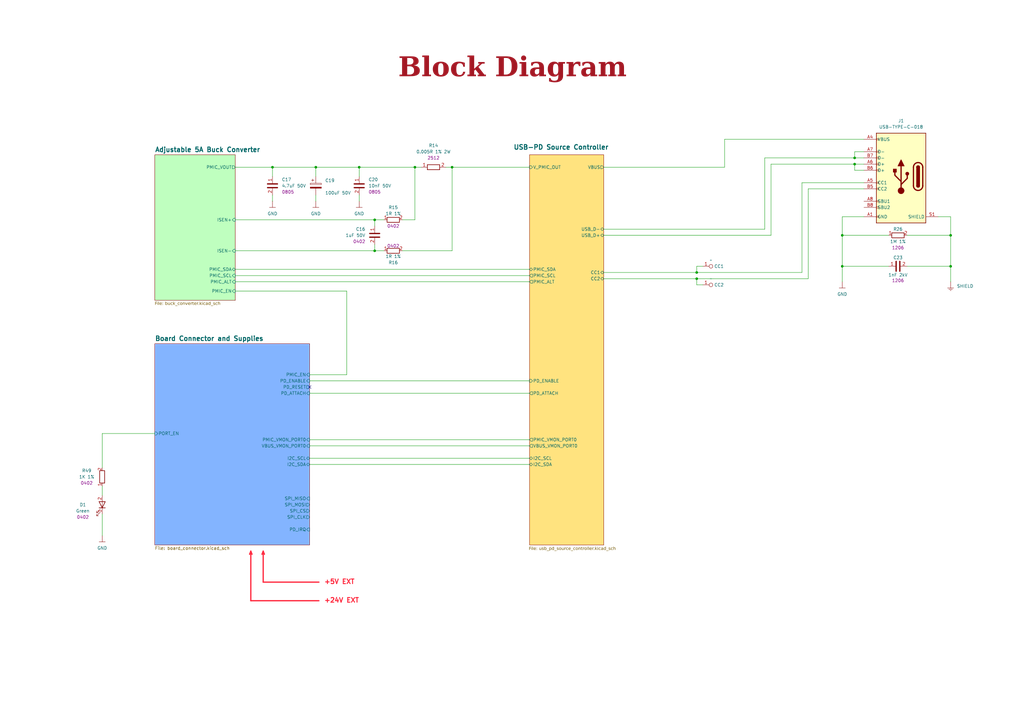
<source format=kicad_sch>
(kicad_sch (version 20250114) (generator "eeschema") (generator_version "9.0")
  (paper "A3")
  (title_block (title "Project Architecture") (date "2025-01-12") (rev "1.0.0") (company "DvidMakesThings"))
  (lib_symbols
    (symbol "DS_Capacitor_0402:1uF 50V 0402"
      (property "Reference" "C" (at 3.81 2.032 0))
      (property "Value" "1uF 50V" (at 3.81 0 0))
      (property "FOOTPRINT_SHORT" "0402" (at 3.81 -2.032 0))
      (symbol "1uF 50V 0402_0_1"
        (polyline (pts (xy -2.032 0.762) (xy 2.032 0.762)) (stroke (width 0.508)))
        (polyline (pts (xy -2.032 -0.762) (xy 2.032 -0.762)) (stroke (width 0.508)))
      )
      (symbol "1uF 50V 0402_1_1"
        (pin passive line (at 0 3.81 270) (length 2.794) (name "~") (number "1"))
        (pin passive line (at 0 -3.81 90) (length 2.794) (name "~") (number "2"))
      )
    )
    (symbol "DS_Capacitor_0805:10nF 50V 0805"
      (property "Reference" "C" (at 3.81 2.032 0))
      (property "Value" "10nF 50V" (at 3.81 0 0))
      (property "FOOTPRINT_SHORT" "0805" (at 3.81 -2.032 0))
      (symbol "10nF 50V 0805_0_1"
        (polyline (pts (xy -2.032 0.762) (xy 2.032 0.762)) (stroke (width 0.508)))
        (polyline (pts (xy -2.032 -0.762) (xy 2.032 -0.762)) (stroke (width 0.508)))
      )
      (symbol "10nF 50V 0805_1_1"
        (pin passive line (at 0 3.81 270) (length 2.794) (name "~") (number "1"))
        (pin passive line (at 0 -3.81 90) (length 2.794) (name "~") (number "2"))
      )
    )
    (symbol "DS_Capacitor_0805:4.7uF 50V 0805"
      (property "Reference" "C" (at 3.81 2.032 0))
      (property "Value" "4.7uF 50V" (at 3.81 0 0))
      (property "FOOTPRINT_SHORT" "0805" (at 3.81 -2.032 0))
      (symbol "4.7uF 50V 0805_0_1"
        (polyline (pts (xy -2.032 0.762) (xy 2.032 0.762)) (stroke (width 0.508)))
        (polyline (pts (xy -2.032 -0.762) (xy 2.032 -0.762)) (stroke (width 0.508)))
      )
      (symbol "4.7uF 50V 0805_1_1"
        (pin passive line (at 0 3.81 270) (length 2.794) (name "~") (number "1"))
        (pin passive line (at 0 -3.81 90) (length 2.794) (name "~") (number "2"))
      )
    )
    (symbol "DS_Capacitor_1206:1nF 2kV 1206"
      (property "Reference" "C" (at 3.81 2.032 0))
      (property "Value" "1nF 2kV" (at 3.81 0 0))
      (property "FOOTPRINT_SHORT" "1206" (at 3.81 -2.032 0))
      (symbol "1nF 2kV 1206_0_1"
        (polyline (pts (xy -2.032 0.762) (xy 2.032 0.762)) (stroke (width 0.508)))
        (polyline (pts (xy -2.032 -0.762) (xy 2.032 -0.762)) (stroke (width 0.508)))
      )
      (symbol "1nF 2kV 1206_1_1"
        (pin passive line (at 0 3.81 270) (length 2.794) (name "~") (number "1"))
        (pin passive line (at 0 -3.81 90) (length 2.794) (name "~") (number "2"))
      )
    )
    (symbol "DS_Capacitor_ELKO:100uF 50V"
      (property "Reference" "C" (at 3.302 1.524 0))
      (property "Value" "100uF 50V" (at 3.556 -0.508 0))
      (symbol "100uF 50V_0_1"
        (rectangle (start -2.286 0.508) (end 2.286 1.016))
        (polyline (pts (xy -1.778 2.286) (xy -0.762 2.286)))
        (polyline (pts (xy -1.27 2.794) (xy -1.27 1.778)))
        (rectangle (start 2.286 -0.508) (end -2.286 -1.016) (fill (type outline)))
      )
      (symbol "100uF 50V_1_1"
        (pin passive line (at 0 3.81 270) (length 2.794) (name "~") (number "1"))
        (pin passive line (at 0 -3.81 90) (length 2.794) (name "~") (number "2"))
      )
    )
    (symbol "DS_Connector:USB-C"
      (property "Reference" "J" (at -6.35 20.828 0))
      (property "Value" "USB-TYPE-C-018" (at -6.604 -19.558 0))
      (symbol "USB-C_0_0"
        (rectangle (start 10.16 16.764) (end 9.144 16.256))
        (rectangle (start 10.16 11.684) (end 9.144 11.176))
        (rectangle (start 10.16 9.144) (end 9.144 8.636))
        (rectangle (start 10.16 6.604) (end 9.144 6.096))
        (rectangle (start 10.16 4.064) (end 9.144 3.556))
        (rectangle (start 10.16 -1.016) (end 9.144 -1.524))
        (rectangle (start 10.16 -3.556) (end 9.144 -4.064))
        (rectangle (start 10.16 -8.636) (end 9.144 -9.144))
        (rectangle (start 10.16 -11.176) (end 9.144 -11.684))
        (rectangle (start 10.16 -15.494) (end 9.144 -14.986))
      )
      (symbol "USB-C_0_1"
        (rectangle (start -10.16 19.05) (end 10.16 -17.78) (stroke (width 0.254)) (fill (type background)))
        (polyline (pts (xy -8.89 -2.54) (xy -8.89 5.08)) (stroke (width 0.508)))
        (rectangle (start -7.62 -2.54) (end -6.35 5.08) (stroke (width 0.254)) (fill (type outline)))
        (arc (start -7.62 5.08) (mid -6.985 5.7123) (end -6.35 5.08) (stroke (width 0.254)))
        (arc (start -7.62 5.08) (mid -6.985 5.7123) (end -6.35 5.08) (stroke (width 0.254)) (fill (type outline)))
        (arc (start -8.89 5.08) (mid -6.985 6.9767) (end -5.08 5.08) (stroke (width 0.508)))
        (arc (start -5.08 -2.54) (mid -6.985 -4.4367) (end -8.89 -2.54) (stroke (width 0.508)))
        (arc (start -6.35 -2.54) (mid -6.985 -3.1723) (end -7.62 -2.54) (stroke (width 0.254)))
        (arc (start -6.35 -2.54) (mid -6.985 -3.1723) (end -7.62 -2.54) (stroke (width 0.254)) (fill (type outline)))
        (polyline (pts (xy -5.08 5.08) (xy -5.08 -2.54)) (stroke (width 0.508)))
        (circle (center -2.54 2.413) (radius 0.635) (stroke (width 0.254)) (fill (type outline)))
        (polyline (pts (xy -1.27 5.588) (xy 0 8.128) (xy 1.27 5.588) (xy -1.27 5.588)) (stroke (width 0.254)) (fill (type outline)))
        (polyline (pts (xy 0 -0.762) (xy 2.54 1.778) (xy 2.54 3.048)) (stroke (width 0.508)))
        (polyline (pts (xy 0 -2.032) (xy -2.54 0.508) (xy -2.54 1.778)) (stroke (width 0.508)))
        (polyline (pts (xy 0 -4.572) (xy 0 5.588)) (stroke (width 0.508)))
        (circle (center 0 -4.572) (radius 1.27) (fill (type outline)))
        (rectangle (start 1.905 3.048) (end 3.175 4.318) (stroke (width 0.254)) (fill (type outline)))
      )
      (symbol "USB-C_1_1"
        (pin passive line (at -15.24 -15.24 0) (length 5.08) (name "SHIELD") (number "S1"))
        (pin passive line (at 15.24 16.51 180) (length 5.08) (name "VBUS") (number "A4"))
        (pin passive line (at 15.24 16.51 180) (length 5.08) (hide yes) (name "VBUS") (number "A9"))
        (pin passive line (at 15.24 16.51 180) (length 5.08) (hide yes) (name "VBUS") (number "B4"))
        (pin passive line (at 15.24 16.51 180) (length 5.08) (hide yes) (name "VBUS") (number "B9"))
        (pin bidirectional line (at 15.24 11.43 180) (length 5.08) (name "D-") (number "A7"))
        (pin bidirectional line (at 15.24 8.89 180) (length 5.08) (name "D-") (number "B7"))
        (pin bidirectional line (at 15.24 6.35 180) (length 5.08) (name "D+") (number "A6"))
        (pin bidirectional line (at 15.24 3.81 180) (length 5.08) (name "D+") (number "B6"))
        (pin bidirectional line (at 15.24 -1.27 180) (length 5.08) (name "CC1") (number "A5"))
        (pin bidirectional line (at 15.24 -3.81 180) (length 5.08) (name "CC2") (number "B5"))
        (pin bidirectional line (at 15.24 -8.89 180) (length 5.08) (name "SBU1") (number "A8"))
        (pin bidirectional line (at 15.24 -11.43 180) (length 5.08) (name "SBU2") (number "B8"))
        (pin passive line (at 15.24 -15.24 180) (length 5.08) (name "GND") (number "A1"))
        (pin passive line (at 15.24 -15.24 180) (length 5.08) (hide yes) (name "GND") (number "A12"))
        (pin passive line (at 15.24 -15.24 180) (length 5.08) (hide yes) (name "GND") (number "B1"))
        (pin passive line (at 15.24 -15.24 180) (length 5.08) (hide yes) (name "GND") (number "B12"))
      )
    )
    (symbol "DS_Opto:Green_0402"
      (property "Reference" "D" (at -1.27 5.08 0))
      (property "Value" "Green" (at -1.27 2.794 0))
      (property "Size" "0402" (at -1.016 -3.302 0))
      (symbol "Green_0402_0_1"
        (polyline (pts (xy -3.048 -0.762) (xy -4.572 -2.286) (xy -3.81 -2.286) (xy -4.572 -2.286) (xy -4.572 -1.524)))
        (polyline (pts (xy -1.778 -0.762) (xy -3.302 -2.286) (xy -2.54 -2.286) (xy -3.302 -2.286) (xy -3.302 -1.524)))
        (polyline (pts (xy -1.27 0) (xy 1.27 0)))
        (polyline (pts (xy -1.27 -1.27) (xy -1.27 1.27)) (stroke (width 0.254)))
        (polyline (pts (xy 1.27 -1.27) (xy 1.27 1.27) (xy -1.27 0) (xy 1.27 -1.27)) (stroke (width 0.254)))
      )
      (symbol "Green_0402_1_1"
        (pin passive line (at -3.81 0 0) (length 2.54) (name "") (number "1"))
        (pin passive line (at 3.81 0 180) (length 2.54) (name "") (number "2"))
      )
    )
    (symbol "DS_Resistor_0402:1K 1% 0402"
      (property "Reference" "R" (at 2.032 2.032 0))
      (property "Value" "1K 1%" (at 2.032 0 0))
      (property "FOOTPRINT_SHORT" "0402" (at 2.032 -2.032 0))
      (symbol "1K 1% 0402_0_1"
        (rectangle (start -1.016 2.54) (end 1.016 -2.54) (stroke (width 0.254)))
      )
      (symbol "1K 1% 0402_1_1"
        (pin passive line (at 0 3.81 270) (length 1.27) (name "~") (number "1"))
        (pin passive line (at 0 -3.81 90) (length 1.27) (name "~") (number "2"))
      )
    )
    (symbol "DS_Resistor_0402:1R 1% 0402"
      (property "Reference" "R" (at 2.032 2.032 0))
      (property "Value" "1R 1%" (at 2.032 0 0))
      (property "FOOTPRINT_SHORT" "0402" (at 2.032 -2.032 0))
      (symbol "1R 1% 0402_0_1"
        (rectangle (start -1.016 2.54) (end 1.016 -2.54) (stroke (width 0.254)))
      )
      (symbol "1R 1% 0402_1_1"
        (pin passive line (at 0 3.81 270) (length 1.27) (name "~") (number "1"))
        (pin passive line (at 0 -3.81 90) (length 1.27) (name "~") (number "2"))
      )
    )
    (symbol "DS_Resistor_1206:1M 1% 1206"
      (property "Reference" "R" (at 2.032 2.032 0))
      (property "Value" "1M 1%" (at 2.032 0 0))
      (property "FOOTPRINT_SHORT" "1206" (at 2.032 -2.032 0))
      (symbol "1M 1% 1206_0_1"
        (rectangle (start -1.016 2.54) (end 1.016 -2.54) (stroke (width 0.254)))
      )
      (symbol "1M 1% 1206_1_1"
        (pin passive line (at 0 3.81 270) (length 1.27) (name "~") (number "1"))
        (pin passive line (at 0 -3.81 90) (length 1.27) (name "~") (number "2"))
      )
    )
    (symbol "DS_Resistor_2512:0.005R 1% 2515"
      (property "Reference" "R" (at 2.032 2.032 0))
      (property "Value" "0.005R 1% 2W" (at 2.032 0 0))
      (property "FOOTPRINT_SHORT" "2512" (at 2.032 -2.032 0))
      (symbol "0.005R 1% 2515_0_1"
        (rectangle (start -1.016 2.54) (end 1.016 -2.54) (stroke (width 0.254)))
      )
      (symbol "0.005R 1% 2515_1_1"
        (pin passive line (at 0 5.08 270) (length 2.54) (name "~") (number "1"))
        (pin passive line (at 0 -5.08 90) (length 2.54) (name "~") (number "2"))
      )
    )
    (symbol "DS_Supply:GND" (power) (pin_numbers (hide yes)) (pin_names (offset 0) (hide yes))
      (property "Value" "GND" (at 0 -3.81 0))
      (symbol "GND_0_1"
        (polyline (pts (xy 0 0) (xy 0 -2.54) (xy 1.27 -2.54) (xy 0 -2.54) (xy -1.27 -2.54) (xy 0 -2.54)))
      )
      (symbol "GND_1_1"
        (pin power_in line (at 0 0 270) (length 0) (name "~") (number "1"))
      )
    )
    (symbol "DS_Supply:SHIELD" (power) (pin_numbers (hide yes)) (pin_names (offset 0) (hide yes)) (in_bom no) (on_board no)
      (property "Value" "SHIELD" (at 0 -4.064 0))
      (symbol "SHIELD_0_1"
        (polyline (pts (xy -0.762 -1.778) (xy 0.762 -1.778)))
        (polyline (pts (xy -0.254 -2.286) (xy 0.254 -2.286)))
        (polyline (pts (xy 0 1.27) (xy 0 -1.27)))
        (polyline (pts (xy 0 -1.27) (xy -1.27 -1.27)))
        (polyline (pts (xy 1.27 -1.27) (xy 0 -1.27)))
      )
      (symbol "SHIELD_1_1"
        (pin power_in line (at 0 1.27 270) (length 0) (name "~") (number "1"))
      )
    )
    (symbol "DS_Test:Test_Point"
      (property "Reference" "TP" (at 0 4.064 0))
      (symbol "Test_Point_0_1"
        (circle (center 0 2.032) (radius 0.762))
      )
      (symbol "Test_Point_1_1"
        (pin passive line (at 0 -1.27 90) (length 2.54) (name "") (number "1"))
      )
    )
  )
  (bezier (pts (xy 102.87 226.06) (xy 102.87 226.06) (xy 102.362 227.33) (xy 102.362 227.33)) (stroke (width 0.5) (color 255 33 55 1)))
  (bezier (pts (xy 107.95 226.06) (xy 107.95 226.06) (xy 107.442 227.33) (xy 107.442 227.33)) (stroke (width 0.5) (color 255 33 55 1)))
  (bezier (pts (xy 102.87 226.06) (xy 102.87 226.06) (xy 103.378 227.33) (xy 103.378 227.33)) (stroke (width 0.5) (color 255 33 55 1)))
  (bezier (pts (xy 107.95 226.06) (xy 107.95 226.06) (xy 108.458 227.33) (xy 108.458 227.33)) (stroke (width 0.5) (color 255 33 55 1)))
  (text "+5V EXT" (at 132.842 238.76 0) (effects (font (size 1.905 1.905) (thickness 0.381) (bold yes)) (justify left)))
  (text "+24V EXT" (at 132.842 246.38 0) (effects (font (size 1.905 1.905) (thickness 0.381) (bold yes)) (justify left)))
  (text_box "Block Diagram" (at 144.78 21.59 0) (size 130.81 12.7) (margins 5.9999 5.9999 5.9999 5.9999) (stroke (width -0.0001)) (effects (font (size 8 8) (thickness 1.2) (bold yes))))
  (junction (at 345.44 96.52))
  (junction (at 129.54 68.58))
  (junction (at 185.42 68.58))
  (junction (at 170.18 68.58))
  (junction (at 153.67 90.17))
  (junction (at 111.76 68.58))
  (junction (at 153.67 102.87))
  (junction (at 350.52 67.31))
  (junction (at 285.75 111.76))
  (junction (at 389.89 109.22))
  (junction (at 350.52 64.77))
  (junction (at 285.75 114.3))
  (junction (at 345.44 109.22))
  (junction (at 147.32 68.58))
  (junction (at 389.89 96.52))
  (no_connect (at 127 158.75))
  (wire (pts (xy 96.52 68.58) (xy 111.76 68.58)))
  (wire (pts (xy 129.54 82.55) (xy 129.54 80.01)))
  (wire (pts (xy 142.24 153.67) (xy 127 153.67)))
  (wire (pts (xy 285.75 109.22) (xy 288.29 109.22)))
  (wire (pts (xy 127 190.5) (xy 217.17 190.5)))
  (wire (pts (xy 129.54 68.58) (xy 129.54 72.39)))
  (wire (pts (xy 96.52 119.38) (xy 142.24 119.38)))
  (wire (pts (xy 153.67 90.17) (xy 153.67 92.71)))
  (wire (pts (xy 331.47 114.3) (xy 331.47 77.47)))
  (wire (pts (xy 285.75 116.84) (xy 288.29 116.84)))
  (wire (pts (xy 384.81 88.9) (xy 389.89 88.9)))
  (wire (pts (xy 345.44 88.9) (xy 354.33 88.9)))
  (wire (pts (xy 350.52 67.31) (xy 354.33 67.31)))
  (wire (pts (xy 247.65 68.58) (xy 297.18 68.58)))
  (wire (pts (xy 345.44 96.52) (xy 364.49 96.52)))
  (wire (pts (xy 350.52 62.23) (xy 350.52 64.77)))
  (wire (pts (xy 285.75 114.3) (xy 331.47 114.3)))
  (wire (pts (xy 182.88 68.58) (xy 185.42 68.58)))
  (wire (pts (xy 165.1 90.17) (xy 170.18 90.17)))
  (wire (pts (xy 127 161.29) (xy 217.17 161.29)))
  (wire (pts (xy 316.23 67.31) (xy 350.52 67.31)))
  (wire (pts (xy 147.32 82.55) (xy 147.32 80.01)))
  (wire (pts (xy 41.91 191.77) (xy 41.91 177.8)))
  (wire (pts (xy 316.23 96.52) (xy 316.23 67.31)))
  (wire (pts (xy 41.91 199.39) (xy 41.91 203.2)))
  (wire (pts (xy 185.42 68.58) (xy 185.42 102.87)))
  (polyline (pts (xy 130.81 238.76) (xy 107.95 238.76)) (stroke (width 0.5) (color 255 33 55 1)))
  (wire (pts (xy 111.76 68.58) (xy 111.76 72.39)))
  (wire (pts (xy 170.18 68.58) (xy 170.18 90.17)))
  (wire (pts (xy 127 187.96) (xy 217.17 187.96)))
  (wire (pts (xy 111.76 68.58) (xy 129.54 68.58)))
  (wire (pts (xy 285.75 109.22) (xy 285.75 111.76)))
  (wire (pts (xy 170.18 68.58) (xy 172.72 68.58)))
  (wire (pts (xy 157.48 90.17) (xy 153.67 90.17)))
  (wire (pts (xy 345.44 109.22) (xy 345.44 115.57)))
  (wire (pts (xy 372.11 96.52) (xy 389.89 96.52)))
  (wire (pts (xy 129.54 68.58) (xy 147.32 68.58)))
  (wire (pts (xy 247.65 96.52) (xy 316.23 96.52)))
  (wire (pts (xy 96.52 110.49) (xy 217.17 110.49)))
  (wire (pts (xy 96.52 102.87) (xy 153.67 102.87)))
  (wire (pts (xy 147.32 68.58) (xy 170.18 68.58)))
  (wire (pts (xy 247.65 93.98) (xy 313.69 93.98)))
  (wire (pts (xy 345.44 96.52) (xy 345.44 109.22)))
  (wire (pts (xy 350.52 64.77) (xy 354.33 64.77)))
  (wire (pts (xy 127 156.21) (xy 217.17 156.21)))
  (wire (pts (xy 41.91 177.8) (xy 63.5 177.8)))
  (wire (pts (xy 297.18 68.58) (xy 297.18 57.15)))
  (wire (pts (xy 285.75 116.84) (xy 285.75 114.3)))
  (wire (pts (xy 127 182.88) (xy 217.17 182.88)))
  (wire (pts (xy 153.67 102.87) (xy 153.67 100.33)))
  (wire (pts (xy 185.42 68.58) (xy 217.17 68.58)))
  (wire (pts (xy 157.48 102.87) (xy 153.67 102.87)))
  (wire (pts (xy 165.1 102.87) (xy 185.42 102.87)))
  (wire (pts (xy 285.75 111.76) (xy 328.93 111.76)))
  (wire (pts (xy 345.44 88.9) (xy 345.44 96.52)))
  (polyline (pts (xy 107.95 226.06) (xy 107.95 238.76)) (stroke (width 0.5) (color 255 33 55 1)))
  (wire (pts (xy 111.76 82.55) (xy 111.76 80.01)))
  (wire (pts (xy 364.49 109.22) (xy 345.44 109.22)))
  (wire (pts (xy 142.24 119.38) (xy 142.24 153.67)))
  (wire (pts (xy 313.69 93.98) (xy 313.69 64.77)))
  (wire (pts (xy 297.18 57.15) (xy 354.33 57.15)))
  (polyline (pts (xy 130.81 246.38) (xy 102.87 246.38)) (stroke (width 0.5) (color 255 33 55 1)))
  (wire (pts (xy 350.52 69.85) (xy 350.52 67.31)))
  (wire (pts (xy 389.89 109.22) (xy 389.89 115.57)))
  (wire (pts (xy 247.65 114.3) (xy 285.75 114.3)))
  (wire (pts (xy 41.91 210.82) (xy 41.91 219.71)))
  (wire (pts (xy 372.11 109.22) (xy 389.89 109.22)))
  (wire (pts (xy 354.33 69.85) (xy 350.52 69.85)))
  (wire (pts (xy 96.52 90.17) (xy 153.67 90.17)))
  (wire (pts (xy 331.47 77.47) (xy 354.33 77.47)))
  (wire (pts (xy 96.52 115.57) (xy 217.17 115.57)))
  (wire (pts (xy 328.93 74.93) (xy 354.33 74.93)))
  (wire (pts (xy 389.89 88.9) (xy 389.89 96.52)))
  (wire (pts (xy 96.52 113.03) (xy 217.17 113.03)))
  (wire (pts (xy 389.89 96.52) (xy 389.89 109.22)))
  (wire (pts (xy 313.69 64.77) (xy 350.52 64.77)))
  (wire (pts (xy 354.33 62.23) (xy 350.52 62.23)))
  (wire (pts (xy 247.65 111.76) (xy 285.75 111.76)))
  (wire (pts (xy 328.93 111.76) (xy 328.93 74.93)))
  (wire (pts (xy 147.32 68.58) (xy 147.32 72.39)))
  (polyline (pts (xy 102.87 226.06) (xy 102.87 246.38)) (stroke (width 0.5) (color 255 33 55 1)))
  (wire (pts (xy 127 180.34) (xy 217.17 180.34)))
  (symbol (lib_id "DS_Supply:SHIELD") (at 389.89 116.84 0) (unit 1) (in_bom no) (on_board no)
    (property "Reference" "#SHIELD1" (effects (hide yes)))
    (property "Value" "SHIELD" (at 392.43 117.3479 0) (effects (justify left)))
    (property "Description" "Power symbol creates a global label with name \"SHIELD\"" (effects (hide yes)))
  )
  (symbol (lib_id "DS_Resistor_2512:0.005R 1% 2515") (at 177.8 68.58 90) (unit 1)
    (property "Reference" "R14" (at 177.8 59.69 90))
    (property "Value" "0.005R 1% 2W" (at 177.8 62.23 90))
    (property "Footprint" "Resistor_SMD:R_2512_6332Metric" (effects (hide yes)))
    (property "Datasheet" "https://jlcpcb.com/api/file/downloadByFileSystemAccessId/8588898866486267904" (effects (hide yes)))
    (property "Description" "-55°C~+170°C 2W 5mΩ ±1% ±25ppm/°C 2512 Chip Resistor - Surface Mount ROHS" (effects (hide yes)))
    (property "LCSC_PART" "C108931" (effects (hide yes)))
    (property "ROHS" "YES" (effects (hide yes)))
    (property "FOOTPRINT_SHORT" "2512" (at 177.8 64.77 90))
    (property "MFR" "RALEC" (effects (hide yes)))
    (property "MPN" "LR2512-22R005F4" (effects (hide yes)))
  )
  (symbol (lib_id "DS_Capacitor_0402:1uF 50V 0402") (at 153.67 96.52 0) (unit 1)
    (property "Reference" "C16" (at 149.86 93.9799 0) (effects (justify right)))
    (property "Value" "1uF 50V" (at 149.86 96.5199 0) (effects (justify right)))
    (property "Footprint" "Capacitor_SMD:C_0402_1005Metric" (effects (hide yes)))
    (property "Description" "50V 1uF X5R ±10% 0402 Multilayer Ceramic Capacitors MLCC - SMD/SMT ROHS" (effects (hide yes)))
    (property "FOOTPRINT_SHORT" "0402" (at 149.86 99.0599 0) (effects (justify right)))
    (property "ROHS" "YES" (effects (hide yes)))
    (property "LCSC_PART" "C1518208" (effects (hide yes)))
  )
  (symbol (lib_id "DS_Resistor_0402:1K 1% 0402") (at 41.91 195.58 0) (mirror x) (unit 1)
    (property "Reference" "R49" (at 35.56 193.04 0))
    (property "Value" "1K 1%" (at 35.56 195.58 0))
    (property "Footprint" "Resistor_SMD:R_0402_1005Metric" (effects (hide yes)))
    (property "Description" "62.5mW Thick Film Resistors 50V ±100ppm/℃ ±1% 1kΩ 0402 Chip Resistor - Surface Mount ROHS" (effects (hide yes)))
    (property "LCSC_PART" "C11702" (effects (hide yes)))
    (property "ROHS" "YES" (effects (hide yes)))
    (property "FOOTPRINT_SHORT" "0402" (at 35.56 198.12 0))
    (property "MFR" "FH" (effects (hide yes)))
  )
  (symbol (lib_id "DS_Resistor_0402:1R 1% 0402") (at 161.29 90.17 90) (unit 1)
    (property "Reference" "R15" (at 161.29 85.09 90))
    (property "Value" "1R 1%" (at 161.29 87.63 90))
    (property "Footprint" "Resistor_SMD:R_0402_1005Metric" (effects (hide yes)))
    (property "Datasheet" "https://jlcpcb.com/api/file/downloadByFileSystemAccessId/8588903265874956288" (effects (hide yes)))
    (property "Description" "Chip Resistors 0402 1Ω ±1% 1/16W ±200ppm/℃" (effects (hide yes)))
    (property "LCSC_PART" "C185446" (effects (hide yes)))
    (property "ROHS" "YES" (effects (hide yes)))
    (property "FOOTPRINT_SHORT" "0402" (at 161.29 92.71 90))
    (property "MFR" "RALEC" (effects (hide yes)))
    (property "MPN" "RC0402FR-071RL" (effects (hide yes)))
  )
  (symbol (lib_id "DS_Supply:GND") (at 129.54 82.55 0) (unit 1)
    (property "Reference" "#PWR027" (effects (hide yes)))
    (property "Value" "GND" (at 129.54 87.63 0))
    (property "Description" "Power symbol creates a global label with name \"GND\" , ground" (effects (hide yes)))
  )
  (symbol (lib_id "DS_Supply:GND") (at 111.76 82.55 0) (unit 1)
    (property "Reference" "#PWR026" (effects (hide yes)))
    (property "Value" "GND" (at 111.76 87.63 0))
    (property "Description" "Power symbol creates a global label with name \"GND\" , ground" (effects (hide yes)))
  )
  (symbol (lib_id "DS_Connector:USB-C") (at 369.57 73.66 0) (mirror y) (unit 1)
    (property "Reference" "J1" (at 369.57 49.53 0))
    (property "Value" "USB-TYPE-C-018" (at 369.57 52.07 0))
    (property "Footprint" "DS_Connector:USB_C_Receptacle_HCTL_HC-TYPE-C-16P-01A" (effects (hide yes)))
    (property "Datasheet" "https://jlcpcb.com/api/file/downloadByFileSystemAccessId/8589041631273738240" (effects (hide yes)))
    (property "Description" "-25°C~+85°C 1 10,000 cycles 16P 3A 5V 7.35mm Female Surface Mount, Right Angle Type-C SMD USB Connectors ROHS" (effects (hide yes)))
    (property "LCSC_PART" "C2927038" (effects (hide yes)))
    (property "MPN" "USB-TYPE-C-018" (effects (hide yes)))
    (property "MFR" "DEALON" (effects (hide yes)))
    (property "ROHS" "YES" (effects (hide yes)))
  )
  (symbol (lib_id "DS_Capacitor_1206:1nF 2kV 1206") (at 368.3 109.22 90) (unit 1)
    (property "Reference" "C23" (at 368.3 105.664 90))
    (property "Value" "1nF 2kV" (at 368.3 112.776 90))
    (property "Footprint" "Capacitor_SMD:C_1206_3216Metric" (effects (hide yes)))
    (property "Description" "Chip Capacitor (MLCC) 1206 1nF ±10% 2KV X7R" (effects (hide yes)))
    (property "FOOTPRINT_SHORT" "1206" (at 368.3 115.062 90))
    (property "ROHS" "YES" (effects (hide yes)))
    (property "LCSC_PART" "C173242" (effects (hide yes)))
    (property "MFR" "Johanson Dielectrics " (effects (hide yes)))
  )
  (symbol (lib_id "DS_Capacitor_ELKO:100uF 50V") (at 129.54 76.2 0) (unit 1)
    (property "Reference" "C19" (at 133.35 74.0409 0) (effects (justify left)))
    (property "Value" "100uF 50V" (at 133.35 79.1209 0) (effects (justify left)))
    (property "Footprint" "DS_Capacitor:C_Elec_6.3x7.7" (effects (hide yes)))
    (property "Datasheet" "https://jlcpcb.com/api/file/downloadByFileSystemAccessId/8555567821597212672" (effects (hide yes)))
    (property "Description" "100uF 2000hrs@105℃ 50V 6.3mm 7.7mm ±20% SMD,D6.3xL7.7mm Aluminum Electrolytic Capacitors - SMD ROHS" (effects (hide yes)))
    (property "MPN" "RVT1H101M0607" (effects (hide yes)))
    (property "MFR" "ROQANG" (effects (hide yes)))
    (property "ROHS" "YES" (effects (hide yes)))
    (property "LCSC_PART" "C3151829" (effects (hide yes)))
    (property "LCSC_PRICE" "EUR 0.0597" (effects (hide yes)))
  )
  (symbol (lib_id "DS_Capacitor_0805:4.7uF 50V 0805") (at 111.76 76.2 0) (unit 1)
    (property "Reference" "C17" (at 115.57 73.6599 0) (effects (justify left)))
    (property "Value" "4.7uF 50V" (at 115.57 76.1999 0) (effects (justify left)))
    (property "Footprint" "Capacitor_SMD:C_0805_2012Metric" (effects (hide yes)))
    (property "Datasheet" "https://jlcpcb.com/api/file/downloadByFileSystemAccessId/8586178946207789056" (effects (hide yes)))
    (property "Description" "4.7uF 50V X5R ±10% 0805 Multilayer Ceramic Capacitors MLCC - SMD/SMT ROHS" (effects (hide yes)))
    (property "FOOTPRINT_SHORT" "0805" (at 115.57 78.7399 0) (effects (justify left)))
    (property "ROHS" "YES" (effects (hide yes)))
    (property "LCSC_PART" "C98192" (effects (hide yes)))
    (property "MFR" "Samsung Electro-Mechanics" (effects (hide yes)))
    (property "MPN" "CL21A475KBQNNNE" (effects (hide yes)))
  )
  (symbol (lib_id "DS_Resistor_0402:1R 1% 0402") (at 161.29 102.87 90) (mirror x) (unit 1)
    (property "Reference" "R16" (at 161.29 107.696 90))
    (property "Value" "1R 1%" (at 161.29 105.156 90))
    (property "Footprint" "Resistor_SMD:R_0402_1005Metric" (effects (hide yes)))
    (property "Datasheet" "https://jlcpcb.com/api/file/downloadByFileSystemAccessId/8588903265874956288" (effects (hide yes)))
    (property "Description" "Chip Resistors 0402 1Ω ±1% 1/16W ±200ppm/℃" (effects (hide yes)))
    (property "LCSC_PART" "C185446" (effects (hide yes)))
    (property "ROHS" "YES" (effects (hide yes)))
    (property "FOOTPRINT_SHORT" "0402" (at 161.29 100.838 90))
    (property "MFR" "RALEC" (effects (hide yes)))
    (property "MPN" "RC0402FR-071RL" (effects (hide yes)))
  )
  (symbol (lib_id "DS_Test:Test_Point") (at 289.56 116.84 270) (mirror x) (unit 1)
    (property "Reference" "CC2" (at 294.894 116.84 90))
    (property "Value" "~" (at 291.592 114.3 90))
    (property "Footprint" "DS_Test:TestPoint_0.6mm" (effects (hide yes)))
  )
  (symbol (lib_id "DS_Resistor_1206:1M 1% 1206") (at 368.3 96.52 90) (unit 1)
    (property "Reference" "R26" (at 368.3 93.98 90))
    (property "Value" "1M 1%" (at 368.3 99.06 90))
    (property "Footprint" "Resistor_SMD:R_1206_3216Metric" (effects (hide yes)))
    (property "Description" "250mW Thick Film Resistors 200V ±100ppm/℃ ±1% 1MΩ 1206 Chip Resistor - Surface Mount ROHS" (effects (hide yes)))
    (property "LCSC_PART" "C17927" (effects (hide yes)))
    (property "ROHS" "YES" (effects (hide yes)))
    (property "FOOTPRINT_SHORT" "1206" (at 368.3 101.6 90))
    (property "MFR" "Uniohm" (effects (hide yes)))
  )
  (symbol (lib_id "DS_Capacitor_0805:10nF 50V 0805") (at 147.32 76.2 0) (unit 1)
    (property "Reference" "C20" (at 151.13 73.6599 0) (effects (justify left)))
    (property "Value" "10nF 50V" (at 151.13 76.1999 0) (effects (justify left)))
    (property "Footprint" "Capacitor_SMD:C_0805_2012Metric" (effects (hide yes)))
    (property "Description" "50V 10nF X7R ±10% 0805 Multilayer Ceramic Capacitors MLCC - SMD/SMT ROHS" (effects (hide yes)))
    (property "FOOTPRINT_SHORT" "0805" (at 151.13 78.7399 0) (effects (justify left)))
    (property "ROHS" "YES" (effects (hide yes)))
    (property "LCSC_PART" "C1710" (effects (hide yes)))
  )
  (symbol (lib_id "DS_Test:Test_Point") (at 289.56 109.22 270) (mirror x) (unit 1)
    (property "Reference" "CC1" (at 294.894 109.22 90))
    (property "Value" "~" (at 291.592 106.68 90))
    (property "Footprint" "DS_Test:TestPoint_0.6mm" (effects (hide yes)))
  )
  (symbol (lib_id "DS_Supply:GND") (at 41.91 219.71 0) (unit 1)
    (property "Reference" "#PWR048" (effects (hide yes)))
    (property "Value" "GND" (at 41.91 224.79 0))
    (property "Description" "Power symbol creates a global label with name \"GND\" , ground" (effects (hide yes)))
  )
  (symbol (lib_id "DS_Supply:GND") (at 147.32 82.55 0) (unit 1)
    (property "Reference" "#PWR028" (effects (hide yes)))
    (property "Value" "GND" (at 147.32 87.63 0))
    (property "Description" "Power symbol creates a global label with name \"GND\" , ground" (effects (hide yes)))
  )
  (symbol (lib_id "DS_Opto:Green_0402") (at 41.91 207.01 270) (mirror x) (unit 1)
    (property "Reference" "D1" (at 33.9725 207.01 90))
    (property "Value" "Green" (at 33.9725 209.55 90))
    (property "Footprint" "LED_SMD:LED_0402_1005Metric" (effects (hide yes)))
    (property "Datasheet" "https://jlcpcb.com/api/file/downloadByFileSystemAccessId/8588919245081731072" (effects (hide yes)))
    (property "Description" "-40℃~+85℃ 120° 249mcd 25mA 3V 516nm~531nm 531nm 80mW Emerald Green Top-mount Water Clear 0402 LED Indication - Discrete ROHS" (effects (hide yes)))
    (property "MPN" "XL-1005UGC" (effects (hide yes)))
    (property "MFR" "XINGLIGHT" (effects (hide yes)))
    (property "LCSC_PART" "C965793" (effects (hide yes)))
    (property "ROHS" "YES" (effects (hide yes)))
    (property "Size" "0402" (at 33.9725 212.09 90))
  )
  (symbol (lib_id "DS_Supply:GND") (at 345.44 115.57 0) (unit 1)
    (property "Reference" "#PWR40" (effects (hide yes)))
    (property "Value" "GND" (at 345.44 120.65 0))
    (property "Description" "Power symbol creates a global label with name \"GND\" , ground" (effects (hide yes)))
  )
  (sheet (at 63.5 140.97) (size 63.5 82.55) (stroke (width 0.1524)) (fill (color 131 180 255 1.0000))
    (property "Sheetname" "Board Connector and Supplies" (at 63.5 139.9409 0) (effects (font (size 1.905 1.905) (thickness 0.381) (bold yes)) (justify left bottom)))
    (property "Sheetfile" "board_connector.kicad_sch" (at 63.5 224.1046 0) (effects (justify left top)))
    (pin "PD_RESET" output (at 127 158.75 0))
    (pin "SPI_CS" output (at 127 209.55 0))
    (pin "SPI_MISO" input (at 127 204.47 0))
    (pin "I2C_SDA" bidirectional (at 127 190.5 0))
    (pin "SPI_CLK" output (at 127 212.09 0))
    (pin "I2C_SCL" bidirectional (at 127 187.96 0))
    (pin "SPI_MOSI" output (at 127 207.01 0))
    (pin "PD_IRQ" input (at 127 217.17 0))
    (pin "PORT_EN" input (at 63.5 177.8 180))
    (pin "VBUS_VMON_PORT0" input (at 127 182.88 0))
    (pin "PMIC_VMON_PORT0" input (at 127 180.34 0))
    (pin "PD_ATTACH" input (at 127 161.29 0))
    (pin "PMIC_EN" input (at 127 153.67 0))
    (pin "PD_ENABLE" input (at 127 156.21 0))
  )
  (sheet (at 217.17 63.5) (size 30.48 160.02) (stroke (width 0.1524)) (fill (color 255 200 0 0.5020))
    (property "Sheetname" "USB-PD Source Controller" (at 210.566 61.468 0) (effects (font (size 1.905 1.905) (bold yes)) (justify left bottom)))
    (property "Sheetfile" "usb_pd_source_controller.kicad_sch" (at 216.916 224.282 0) (effects (justify left top)))
    (pin "VBUS" output (at 247.65 68.58 0))
    (pin "CC2" bidirectional (at 247.65 114.3 0))
    (pin "CC1" bidirectional (at 247.65 111.76 0))
    (pin "PD_ENABLE" input (at 217.17 156.21 180))
    (pin "I2C_SCL" bidirectional (at 217.17 187.96 180))
    (pin "I2C_SDA" bidirectional (at 217.17 190.5 180))
    (pin "USB_D-" bidirectional (at 247.65 93.98 0))
    (pin "PMIC_SCL" output (at 217.17 113.03 180))
    (pin "USB_D+" bidirectional (at 247.65 96.52 0))
    (pin "PMIC_SDA" bidirectional (at 217.17 110.49 180))
    (pin "PMIC_ALT" output (at 217.17 115.57 180))
    (pin "PD_ATTACH" output (at 217.17 161.29 180))
    (pin "V_PMIC_OUT" input (at 217.17 68.58 180))
    (pin "VBUS_VMON_PORT0" output (at 217.17 182.88 180))
    (pin "PMIC_VMON_PORT0" output (at 217.17 180.34 180))
  )
  (sheet (at 63.5 63.5) (size 33.02 59.69) (stroke (width 0.1524)) (fill (color 128 255 128 0.5000))
    (property "Sheetname" "Adjustable 5A Buck Converter" (at 63.5 62.4709 0) (effects (font (size 1.905 1.905) (bold yes)) (justify left bottom)))
    (property "Sheetfile" "buck_converter.kicad_sch" (at 63.5 123.7746 0) (effects (justify left top)))
    (pin "PMIC_SCL" input (at 96.52 113.03 0))
    (pin "PMIC_VOUT" output (at 96.52 68.58 0))
    (pin "ISEN-" input (at 96.52 102.87 0))
    (pin "ISEN+" input (at 96.52 90.17 0))
    (pin "PMIC_SDA" bidirectional (at 96.52 110.49 0))
    (pin "PMIC_ALT" input (at 96.52 115.57 0))
    (pin "PMIC_EN" input (at 96.52 119.38 0))
  )
)
</source>
